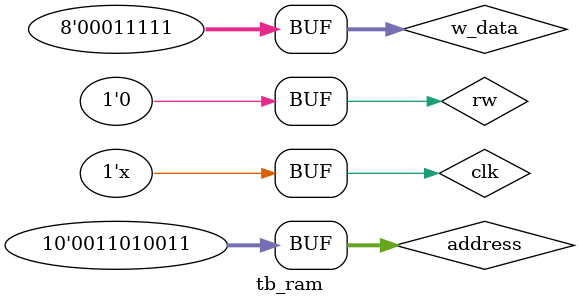
<source format=v>
`timescale 1ns / 1ps


module tb_ram ();

    reg        clk;
    reg  [9:0] address;
    reg  [7:0] w_data;
    reg        rw;
    wire [7:0] r_data;

    ram dut (
        .clk(clk),
        .address(address),
        .w_data(w_data),
        .rw(rw),
        .r_data(r_data)
    );

    always #5 clk = ~clk;

    initial begin
        #00 clk = 0;
        address = 10'b0000010011;
        w_data = 8'h55;
        rw = 1;
        #50;
        address = 10'b0011010011;
        w_data = 8'h1f;
        #50;
        address = 10'b0000010011;
        rw = 0;
        #50;
        address = 10'b0011010011;
    end
endmodule

</source>
